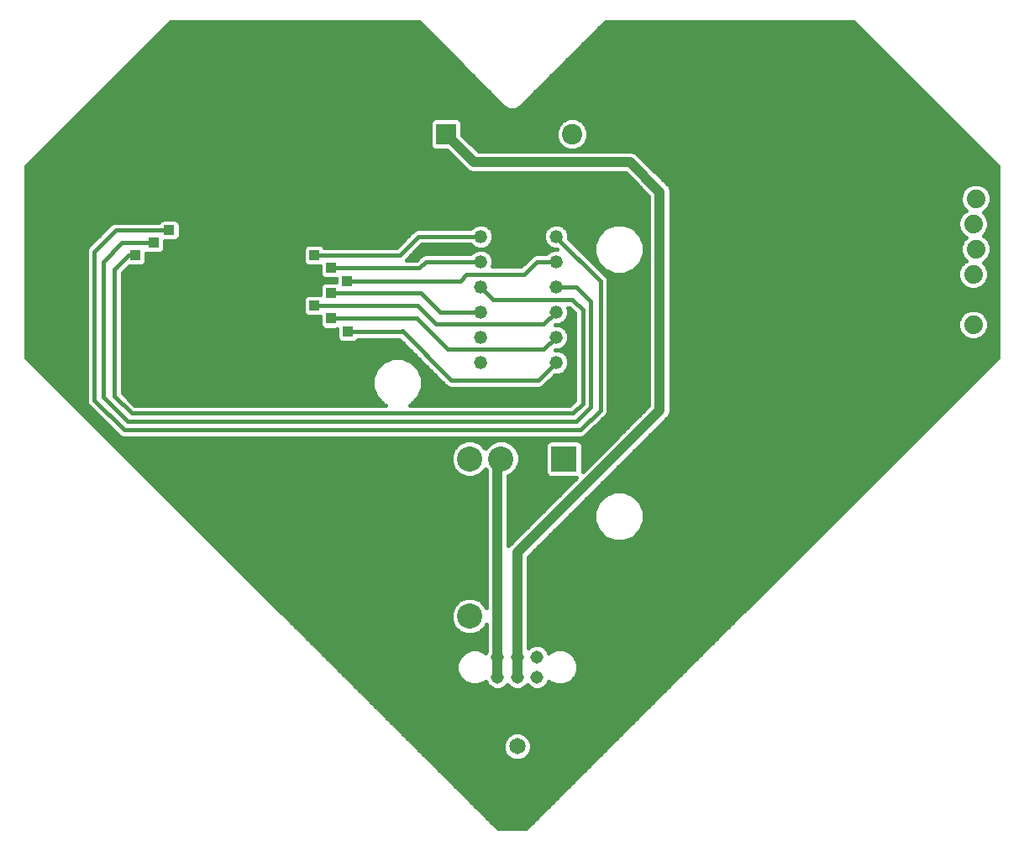
<source format=gbl>
G75*
G70*
%OFA0B0*%
%FSLAX24Y24*%
%IPPOS*%
%LPD*%
%AMOC8*
5,1,8,0,0,1.08239X$1,22.5*
%
%ADD10C,0.0520*%
%ADD11C,0.1000*%
%ADD12R,0.1000X0.1000*%
%ADD13C,0.0650*%
%ADD14R,0.0650X0.0650*%
%ADD15C,0.0740*%
%ADD16R,0.0810X0.0810*%
%ADD17C,0.0810*%
%ADD18C,0.0515*%
%ADD19C,0.0160*%
%ADD20R,0.0396X0.0396*%
%ADD21C,0.0400*%
D10*
X019180Y019680D03*
X019180Y020680D03*
X019180Y021680D03*
X019180Y022680D03*
X019180Y023680D03*
X019180Y024680D03*
X022180Y024680D03*
X022180Y023680D03*
X022180Y022680D03*
X022180Y021680D03*
X022180Y020680D03*
X022180Y019680D03*
D11*
X019995Y015853D03*
X018745Y015853D03*
X018745Y009603D03*
X022495Y009603D03*
D12*
X022495Y015853D03*
D13*
X020641Y004428D03*
D14*
X020641Y005428D03*
D15*
X038736Y021180D03*
X038836Y022180D03*
X038736Y023180D03*
X038836Y024180D03*
X038736Y025180D03*
X038836Y026180D03*
D16*
X017814Y028747D03*
D17*
X022814Y028747D03*
D18*
X021424Y007971D03*
X020637Y007971D03*
X019849Y007971D03*
X019849Y007184D03*
X020637Y007184D03*
X021424Y007184D03*
D19*
X018035Y009824D02*
X011215Y009824D01*
X011373Y009666D02*
X018005Y009666D01*
X018005Y009750D02*
X018005Y009456D01*
X018118Y009184D01*
X018326Y008976D01*
X018598Y008863D01*
X018892Y008863D01*
X019164Y008976D01*
X019372Y009184D01*
X019409Y009273D01*
X019409Y008209D01*
X019385Y008150D01*
X019349Y008185D01*
X019086Y008294D01*
X018801Y008294D01*
X018538Y008185D01*
X018337Y007983D01*
X018228Y007720D01*
X018228Y007435D01*
X018337Y007172D01*
X018538Y006970D01*
X018801Y006861D01*
X019086Y006861D01*
X019349Y006970D01*
X019385Y007006D01*
X019428Y006902D01*
X019567Y006762D01*
X019750Y006686D01*
X019948Y006686D01*
X020131Y006762D01*
X020243Y006874D01*
X020355Y006762D01*
X020538Y006686D01*
X020736Y006686D01*
X020918Y006762D01*
X021030Y006874D01*
X021142Y006762D01*
X021325Y006686D01*
X021523Y006686D01*
X021706Y006762D01*
X021846Y006902D01*
X021889Y007006D01*
X021924Y006970D01*
X022187Y006861D01*
X022472Y006861D01*
X022735Y006970D01*
X022937Y007172D01*
X023046Y007435D01*
X023046Y007720D01*
X022937Y007983D01*
X022735Y008185D01*
X022472Y008294D01*
X022187Y008294D01*
X021924Y008185D01*
X021889Y008150D01*
X021846Y008253D01*
X021706Y008393D01*
X021523Y008469D01*
X021325Y008469D01*
X021142Y008393D01*
X021077Y008327D01*
X021077Y011951D01*
X026543Y017417D01*
X026667Y017541D01*
X026734Y017703D01*
X026734Y026539D01*
X026667Y026701D01*
X025486Y027882D01*
X025362Y028006D01*
X025201Y028073D01*
X019110Y028073D01*
X018459Y028724D01*
X018459Y029200D01*
X018422Y029288D01*
X018355Y029355D01*
X018267Y029392D01*
X017361Y029392D01*
X017273Y029355D01*
X017205Y029288D01*
X017169Y029200D01*
X017169Y028294D01*
X017205Y028206D01*
X017273Y028138D01*
X017361Y028102D01*
X017837Y028102D01*
X018679Y027260D01*
X018841Y027193D01*
X024931Y027193D01*
X025854Y026269D01*
X025854Y017972D01*
X023235Y015353D01*
X023235Y016401D01*
X023198Y016489D01*
X023131Y016557D01*
X023043Y016593D01*
X021947Y016593D01*
X021859Y016557D01*
X021791Y016489D01*
X021755Y016401D01*
X021755Y015305D01*
X021791Y015217D01*
X021859Y015150D01*
X021947Y015113D01*
X022995Y015113D01*
X020289Y012408D01*
X020289Y015174D01*
X020414Y015226D01*
X020622Y015434D01*
X020735Y015706D01*
X020735Y016000D01*
X020622Y016272D01*
X020414Y016481D01*
X020142Y016593D01*
X019848Y016593D01*
X019576Y016481D01*
X019370Y016275D01*
X019164Y016481D01*
X018892Y016593D01*
X018598Y016593D01*
X018326Y016481D01*
X018118Y016272D01*
X018005Y016000D01*
X018005Y015706D01*
X018118Y015434D01*
X018326Y015226D01*
X018598Y015113D01*
X018892Y015113D01*
X019164Y015226D01*
X019370Y015432D01*
X019409Y015392D01*
X019409Y009933D01*
X019372Y010022D01*
X019164Y010231D01*
X018892Y010343D01*
X018598Y010343D01*
X018326Y010231D01*
X018118Y010022D01*
X018005Y009750D01*
X018005Y009507D02*
X011532Y009507D01*
X011690Y009349D02*
X018049Y009349D01*
X018115Y009190D02*
X011849Y009190D01*
X012007Y009032D02*
X018270Y009032D01*
X018574Y008873D02*
X012166Y008873D01*
X012324Y008715D02*
X019409Y008715D01*
X019409Y008873D02*
X018916Y008873D01*
X019220Y009032D02*
X019409Y009032D01*
X019409Y009190D02*
X019375Y009190D01*
X019409Y008556D02*
X012483Y008556D01*
X012641Y008398D02*
X019409Y008398D01*
X019409Y008239D02*
X019219Y008239D01*
X018669Y008239D02*
X012800Y008239D01*
X012958Y008081D02*
X018434Y008081D01*
X018311Y007922D02*
X013117Y007922D01*
X013275Y007764D02*
X018246Y007764D01*
X018228Y007605D02*
X013434Y007605D01*
X013592Y007447D02*
X018228Y007447D01*
X018289Y007288D02*
X013751Y007288D01*
X013909Y007130D02*
X018379Y007130D01*
X018538Y006971D02*
X014068Y006971D01*
X014226Y006813D02*
X019517Y006813D01*
X019399Y006971D02*
X019350Y006971D01*
X020181Y006813D02*
X020305Y006813D01*
X020969Y006813D02*
X021092Y006813D01*
X021756Y006813D02*
X026634Y006813D01*
X026792Y006971D02*
X022736Y006971D01*
X022894Y007130D02*
X026951Y007130D01*
X027109Y007288D02*
X022985Y007288D01*
X023046Y007447D02*
X027268Y007447D01*
X027426Y007605D02*
X023046Y007605D01*
X023028Y007764D02*
X027585Y007764D01*
X027743Y007922D02*
X022962Y007922D01*
X022840Y008081D02*
X027902Y008081D01*
X028060Y008239D02*
X022604Y008239D01*
X022055Y008239D02*
X021852Y008239D01*
X021695Y008398D02*
X028219Y008398D01*
X028377Y008556D02*
X021077Y008556D01*
X021077Y008398D02*
X021153Y008398D01*
X021077Y008715D02*
X028536Y008715D01*
X028694Y008873D02*
X021077Y008873D01*
X021077Y009032D02*
X028853Y009032D01*
X029011Y009190D02*
X021077Y009190D01*
X021077Y009349D02*
X029170Y009349D01*
X029328Y009507D02*
X021077Y009507D01*
X021077Y009666D02*
X029487Y009666D01*
X029645Y009824D02*
X021077Y009824D01*
X021077Y009983D02*
X029804Y009983D01*
X029962Y010141D02*
X021077Y010141D01*
X021077Y010300D02*
X030121Y010300D01*
X030279Y010458D02*
X021077Y010458D01*
X021077Y010617D02*
X030438Y010617D01*
X030596Y010775D02*
X021077Y010775D01*
X021077Y010934D02*
X030755Y010934D01*
X030913Y011092D02*
X021077Y011092D01*
X021077Y011251D02*
X031072Y011251D01*
X031230Y011409D02*
X021077Y011409D01*
X021077Y011568D02*
X031389Y011568D01*
X031547Y011726D02*
X021077Y011726D01*
X021077Y011885D02*
X031706Y011885D01*
X031864Y012043D02*
X021169Y012043D01*
X021328Y012202D02*
X032023Y012202D01*
X032181Y012360D02*
X021486Y012360D01*
X021645Y012519D02*
X032340Y012519D01*
X032498Y012677D02*
X025161Y012677D01*
X025246Y012712D02*
X025528Y012994D01*
X032815Y012994D01*
X032657Y012836D02*
X025370Y012836D01*
X025246Y012712D02*
X024879Y012560D01*
X024481Y012560D01*
X024114Y012712D01*
X023832Y012994D01*
X022120Y012994D01*
X021962Y012836D02*
X023990Y012836D01*
X023832Y012994D02*
X023680Y013361D01*
X023680Y013759D01*
X023832Y014126D01*
X024114Y014408D01*
X024481Y014560D01*
X024879Y014560D01*
X025246Y014408D01*
X025528Y014126D01*
X025680Y013759D01*
X025680Y013361D01*
X025528Y012994D01*
X025594Y013153D02*
X032974Y013153D01*
X033132Y013311D02*
X025659Y013311D01*
X025680Y013470D02*
X033291Y013470D01*
X033449Y013628D02*
X025680Y013628D01*
X025669Y013787D02*
X033608Y013787D01*
X033766Y013945D02*
X025603Y013945D01*
X025537Y014104D02*
X033925Y014104D01*
X034083Y014262D02*
X025392Y014262D01*
X025216Y014421D02*
X034242Y014421D01*
X034400Y014579D02*
X023705Y014579D01*
X023547Y014421D02*
X024144Y014421D01*
X023968Y014262D02*
X023388Y014262D01*
X023230Y014104D02*
X023823Y014104D01*
X023757Y013945D02*
X023071Y013945D01*
X022913Y013787D02*
X023691Y013787D01*
X023680Y013628D02*
X022754Y013628D01*
X022596Y013470D02*
X023680Y013470D01*
X023701Y013311D02*
X022437Y013311D01*
X022279Y013153D02*
X023766Y013153D01*
X024199Y012677D02*
X021803Y012677D01*
X021193Y013311D02*
X020289Y013311D01*
X020289Y013153D02*
X021034Y013153D01*
X020876Y012994D02*
X020289Y012994D01*
X020289Y012836D02*
X020717Y012836D01*
X020559Y012677D02*
X020289Y012677D01*
X020289Y012519D02*
X020400Y012519D01*
X019409Y012519D02*
X008520Y012519D01*
X008362Y012677D02*
X019409Y012677D01*
X019409Y012836D02*
X008203Y012836D01*
X008045Y012994D02*
X019409Y012994D01*
X019409Y013153D02*
X007886Y013153D01*
X007728Y013311D02*
X019409Y013311D01*
X019409Y013470D02*
X007569Y013470D01*
X007411Y013628D02*
X019409Y013628D01*
X019409Y013787D02*
X007252Y013787D01*
X007094Y013945D02*
X019409Y013945D01*
X019409Y014104D02*
X006935Y014104D01*
X006777Y014262D02*
X019409Y014262D01*
X019409Y014421D02*
X006618Y014421D01*
X006460Y014579D02*
X019409Y014579D01*
X019409Y014738D02*
X006301Y014738D01*
X006143Y014896D02*
X019409Y014896D01*
X019409Y015055D02*
X005984Y015055D01*
X005826Y015213D02*
X018357Y015213D01*
X018180Y015372D02*
X005667Y015372D01*
X005509Y015530D02*
X018078Y015530D01*
X018012Y015689D02*
X005350Y015689D01*
X005192Y015847D02*
X018005Y015847D01*
X018007Y016006D02*
X005033Y016006D01*
X004875Y016164D02*
X018073Y016164D01*
X018168Y016323D02*
X004716Y016323D01*
X004558Y016481D02*
X018327Y016481D01*
X019163Y016481D02*
X019577Y016481D01*
X019418Y016323D02*
X019322Y016323D01*
X020413Y016481D02*
X021788Y016481D01*
X021755Y016323D02*
X020572Y016323D01*
X020667Y016164D02*
X021755Y016164D01*
X021755Y016006D02*
X020733Y016006D01*
X020735Y015847D02*
X021755Y015847D01*
X021755Y015689D02*
X020728Y015689D01*
X020662Y015530D02*
X021755Y015530D01*
X021755Y015372D02*
X020560Y015372D01*
X020383Y015213D02*
X021796Y015213D01*
X022461Y014579D02*
X020289Y014579D01*
X020289Y014421D02*
X022302Y014421D01*
X022144Y014262D02*
X020289Y014262D01*
X020289Y014104D02*
X021985Y014104D01*
X021827Y013945D02*
X020289Y013945D01*
X020289Y013787D02*
X021668Y013787D01*
X021510Y013628D02*
X020289Y013628D01*
X020289Y013470D02*
X021351Y013470D01*
X020289Y014738D02*
X022619Y014738D01*
X022778Y014896D02*
X020289Y014896D01*
X020289Y015055D02*
X022936Y015055D01*
X023235Y015372D02*
X023253Y015372D01*
X023235Y015530D02*
X023412Y015530D01*
X023570Y015689D02*
X023235Y015689D01*
X023235Y015847D02*
X023729Y015847D01*
X023887Y016006D02*
X023235Y016006D01*
X023235Y016164D02*
X024046Y016164D01*
X024204Y016323D02*
X023235Y016323D01*
X023202Y016481D02*
X024363Y016481D01*
X024521Y016640D02*
X004399Y016640D01*
X004241Y016798D02*
X004787Y016798D01*
X004763Y016822D02*
X004853Y016732D01*
X004971Y016683D01*
X023208Y016683D01*
X023326Y016732D01*
X024113Y017519D01*
X024203Y017609D01*
X024252Y017727D01*
X024252Y022972D01*
X024203Y023090D01*
X022680Y024613D01*
X022680Y024779D01*
X022604Y024963D01*
X022463Y025104D01*
X022279Y025180D01*
X022081Y025180D01*
X021897Y025104D01*
X021756Y024963D01*
X021680Y024779D01*
X021680Y024581D01*
X021756Y024397D01*
X021897Y024256D01*
X022081Y024180D01*
X021897Y024104D01*
X021789Y023996D01*
X021364Y023996D01*
X021247Y023947D01*
X021157Y023857D01*
X020795Y023496D01*
X019645Y023496D01*
X019680Y023581D01*
X019680Y023779D01*
X019604Y023963D01*
X019463Y024104D01*
X019279Y024180D01*
X019463Y024256D01*
X019604Y024397D01*
X019680Y024581D01*
X019680Y024779D01*
X019604Y024963D01*
X019463Y025104D01*
X019279Y025180D01*
X019081Y025180D01*
X018897Y025104D01*
X018793Y025000D01*
X016660Y025000D01*
X016542Y024951D01*
X016452Y024861D01*
X015847Y024256D01*
X012981Y024256D01*
X012975Y024270D01*
X012908Y024337D01*
X012820Y024374D01*
X012328Y024374D01*
X012240Y024337D01*
X012172Y024270D01*
X012136Y024182D01*
X012136Y023690D01*
X012172Y023602D01*
X012240Y023534D01*
X012328Y023498D01*
X012797Y023498D01*
X012797Y023190D01*
X012834Y023102D01*
X012901Y023034D01*
X012989Y022998D01*
X013454Y022998D01*
X013454Y022874D01*
X012989Y022874D01*
X012901Y022837D01*
X012834Y022770D01*
X012797Y022682D01*
X012797Y022374D01*
X012328Y022374D01*
X012240Y022337D01*
X012172Y022270D01*
X012136Y022182D01*
X012136Y021690D01*
X012172Y021602D01*
X012240Y021534D01*
X012328Y021498D01*
X012797Y021498D01*
X012797Y021182D01*
X012834Y021094D01*
X012901Y021026D01*
X012989Y020990D01*
X013481Y020990D01*
X013486Y020992D01*
X013486Y020662D01*
X013523Y020574D01*
X013590Y020507D01*
X013678Y020470D01*
X014170Y020470D01*
X014258Y020507D01*
X014326Y020574D01*
X014331Y020588D01*
X015957Y020588D01*
X017755Y018790D01*
X017845Y018700D01*
X017963Y018651D01*
X021535Y018651D01*
X021653Y018700D01*
X022133Y019180D01*
X022279Y019180D01*
X022463Y019256D01*
X022604Y019397D01*
X022680Y019581D01*
X022680Y019779D01*
X022604Y019963D01*
X022463Y020104D01*
X022279Y020180D01*
X022463Y020256D01*
X022604Y020397D01*
X022680Y020581D01*
X022680Y020779D01*
X022604Y020963D01*
X022463Y021104D01*
X022279Y021180D01*
X022463Y021256D01*
X022604Y021397D01*
X022680Y021581D01*
X022680Y021779D01*
X022648Y021856D01*
X022697Y021856D01*
X022911Y021642D01*
X022911Y018183D01*
X022717Y017988D01*
X016364Y017988D01*
X016446Y018022D01*
X016728Y018304D01*
X016880Y018671D01*
X016880Y019069D01*
X016728Y019436D01*
X016446Y019718D01*
X016079Y019870D01*
X015681Y019870D01*
X015314Y019718D01*
X015032Y019436D01*
X014880Y019069D01*
X014880Y018671D01*
X015032Y018304D01*
X015314Y018022D01*
X015396Y017988D01*
X005462Y017988D01*
X004969Y018482D01*
X004969Y023232D01*
X005236Y023500D01*
X005241Y023498D01*
X005733Y023498D01*
X005821Y023534D01*
X005889Y023602D01*
X005925Y023690D01*
X005925Y024009D01*
X005962Y023994D01*
X006453Y023994D01*
X006542Y024030D01*
X006609Y024098D01*
X006646Y024186D01*
X006646Y024498D01*
X007072Y024498D01*
X007160Y024534D01*
X007227Y024602D01*
X007264Y024690D01*
X007264Y025182D01*
X007227Y025270D01*
X007160Y025337D01*
X007072Y025374D01*
X006580Y025374D01*
X006492Y025337D01*
X006424Y025270D01*
X006418Y025256D01*
X004636Y025256D01*
X004518Y025207D01*
X004428Y025117D01*
X003672Y024361D01*
X003582Y024271D01*
X003533Y024153D01*
X003533Y018120D01*
X003582Y018003D01*
X004763Y016822D01*
X004628Y016957D02*
X004082Y016957D01*
X003924Y017115D02*
X004470Y017115D01*
X004311Y017274D02*
X003765Y017274D01*
X003607Y017432D02*
X004153Y017432D01*
X003994Y017591D02*
X003448Y017591D01*
X003290Y017749D02*
X003836Y017749D01*
X003677Y017908D02*
X003131Y017908D01*
X002973Y018066D02*
X003556Y018066D01*
X003533Y018225D02*
X002814Y018225D01*
X002656Y018383D02*
X003533Y018383D01*
X003533Y018542D02*
X002497Y018542D01*
X002339Y018700D02*
X003533Y018700D01*
X003533Y018859D02*
X002180Y018859D01*
X002022Y019017D02*
X003533Y019017D01*
X003533Y019176D02*
X001863Y019176D01*
X001705Y019334D02*
X003533Y019334D01*
X003533Y019493D02*
X001546Y019493D01*
X001388Y019651D02*
X003533Y019651D01*
X003533Y019810D02*
X001229Y019810D01*
X001160Y019879D02*
X019879Y001160D01*
X020981Y001160D01*
X039700Y019879D01*
X039700Y027481D01*
X033981Y033200D01*
X024129Y033200D01*
X020702Y029773D01*
X020525Y029700D01*
X020335Y029700D01*
X020158Y029773D01*
X020023Y029908D01*
X016731Y033200D01*
X006879Y033200D01*
X001160Y027481D01*
X001160Y019879D01*
X001160Y019968D02*
X003533Y019968D01*
X003533Y020127D02*
X001160Y020127D01*
X001160Y020285D02*
X003533Y020285D01*
X003533Y020444D02*
X001160Y020444D01*
X001160Y020602D02*
X003533Y020602D01*
X003533Y020761D02*
X001160Y020761D01*
X001160Y020919D02*
X003533Y020919D01*
X003533Y021078D02*
X001160Y021078D01*
X001160Y021236D02*
X003533Y021236D01*
X003533Y021395D02*
X001160Y021395D01*
X001160Y021553D02*
X003533Y021553D01*
X003533Y021712D02*
X001160Y021712D01*
X001160Y021870D02*
X003533Y021870D01*
X003533Y022029D02*
X001160Y022029D01*
X001160Y022187D02*
X003533Y022187D01*
X003533Y022346D02*
X001160Y022346D01*
X001160Y022504D02*
X003533Y022504D01*
X003533Y022663D02*
X001160Y022663D01*
X001160Y022821D02*
X003533Y022821D01*
X003533Y022980D02*
X001160Y022980D01*
X001160Y023138D02*
X003533Y023138D01*
X003533Y023297D02*
X001160Y023297D01*
X001160Y023455D02*
X003533Y023455D01*
X003533Y023614D02*
X001160Y023614D01*
X001160Y023772D02*
X003533Y023772D01*
X003533Y023931D02*
X001160Y023931D01*
X001160Y024089D02*
X003533Y024089D01*
X003572Y024248D02*
X001160Y024248D01*
X001160Y024406D02*
X003717Y024406D01*
X003876Y024565D02*
X001160Y024565D01*
X001160Y024723D02*
X004034Y024723D01*
X004193Y024882D02*
X001160Y024882D01*
X001160Y025040D02*
X004351Y025040D01*
X004428Y025117D02*
X004428Y025117D01*
X004510Y025199D02*
X001160Y025199D01*
X001160Y025357D02*
X006539Y025357D01*
X006826Y024936D02*
X004700Y024936D01*
X003853Y024089D01*
X003853Y018184D01*
X005034Y017003D01*
X023145Y017003D01*
X023932Y017790D01*
X023932Y022908D01*
X022184Y024656D01*
X022184Y024676D01*
X022180Y024680D01*
X022527Y025040D02*
X024143Y025040D01*
X024114Y025028D02*
X023832Y024746D01*
X023680Y024379D01*
X023680Y023981D01*
X023832Y023614D01*
X024114Y023332D01*
X024481Y023180D01*
X024879Y023180D01*
X025246Y023332D01*
X025528Y023614D01*
X025680Y023981D01*
X025680Y024379D01*
X025528Y024746D01*
X025246Y025028D01*
X024879Y025180D01*
X024481Y025180D01*
X024114Y025028D01*
X023967Y024882D02*
X022638Y024882D01*
X022680Y024723D02*
X023823Y024723D01*
X023757Y024565D02*
X022728Y024565D01*
X022887Y024406D02*
X023691Y024406D01*
X023680Y024248D02*
X023045Y024248D01*
X023204Y024089D02*
X023680Y024089D01*
X023701Y023931D02*
X023362Y023931D01*
X023521Y023772D02*
X023767Y023772D01*
X023832Y023614D02*
X023679Y023614D01*
X023838Y023455D02*
X023991Y023455D01*
X023996Y023297D02*
X024200Y023297D01*
X024155Y023138D02*
X025854Y023138D01*
X025854Y022980D02*
X024249Y022980D01*
X024252Y022821D02*
X025854Y022821D01*
X025854Y022663D02*
X024252Y022663D01*
X024252Y022504D02*
X025854Y022504D01*
X025854Y022346D02*
X024252Y022346D01*
X024252Y022187D02*
X025854Y022187D01*
X025854Y022029D02*
X024252Y022029D01*
X024252Y021870D02*
X025854Y021870D01*
X025854Y021712D02*
X024252Y021712D01*
X024252Y021553D02*
X025854Y021553D01*
X025854Y021395D02*
X024252Y021395D01*
X024252Y021236D02*
X025854Y021236D01*
X025854Y021078D02*
X024252Y021078D01*
X024252Y020919D02*
X025854Y020919D01*
X025854Y020761D02*
X024252Y020761D01*
X024252Y020602D02*
X025854Y020602D01*
X025854Y020444D02*
X024252Y020444D01*
X024252Y020285D02*
X025854Y020285D01*
X025854Y020127D02*
X024252Y020127D01*
X024252Y019968D02*
X025854Y019968D01*
X025854Y019810D02*
X024252Y019810D01*
X024252Y019651D02*
X025854Y019651D01*
X025854Y019493D02*
X024252Y019493D01*
X024252Y019334D02*
X025854Y019334D01*
X025854Y019176D02*
X024252Y019176D01*
X024252Y019017D02*
X025854Y019017D01*
X025854Y018859D02*
X024252Y018859D01*
X024252Y018700D02*
X025854Y018700D01*
X025854Y018542D02*
X024252Y018542D01*
X024252Y018383D02*
X025854Y018383D01*
X025854Y018225D02*
X024252Y018225D01*
X024252Y018066D02*
X025854Y018066D01*
X025789Y017908D02*
X024252Y017908D01*
X024252Y017749D02*
X025631Y017749D01*
X025472Y017591D02*
X024185Y017591D01*
X024026Y017432D02*
X025314Y017432D01*
X025155Y017274D02*
X023868Y017274D01*
X023709Y017115D02*
X024997Y017115D01*
X024838Y016957D02*
X023551Y016957D01*
X023392Y016798D02*
X024680Y016798D01*
X025290Y016164D02*
X035985Y016164D01*
X035827Y016006D02*
X025132Y016006D01*
X024973Y015847D02*
X035668Y015847D01*
X035510Y015689D02*
X024815Y015689D01*
X024656Y015530D02*
X035351Y015530D01*
X035193Y015372D02*
X024498Y015372D01*
X024339Y015213D02*
X035034Y015213D01*
X034876Y015055D02*
X024181Y015055D01*
X024022Y014896D02*
X034717Y014896D01*
X034559Y014738D02*
X023864Y014738D01*
X025449Y016323D02*
X036144Y016323D01*
X036302Y016481D02*
X025607Y016481D01*
X025766Y016640D02*
X036461Y016640D01*
X036619Y016798D02*
X025924Y016798D01*
X026083Y016957D02*
X036778Y016957D01*
X036936Y017115D02*
X026241Y017115D01*
X026400Y017274D02*
X037095Y017274D01*
X037253Y017432D02*
X026558Y017432D01*
X026688Y017591D02*
X037412Y017591D01*
X037570Y017749D02*
X026734Y017749D01*
X026734Y017908D02*
X037729Y017908D01*
X037887Y018066D02*
X026734Y018066D01*
X026734Y018225D02*
X038046Y018225D01*
X038204Y018383D02*
X026734Y018383D01*
X026734Y018542D02*
X038363Y018542D01*
X038521Y018700D02*
X026734Y018700D01*
X026734Y018859D02*
X038680Y018859D01*
X038838Y019017D02*
X026734Y019017D01*
X026734Y019176D02*
X038997Y019176D01*
X039155Y019334D02*
X026734Y019334D01*
X026734Y019493D02*
X039314Y019493D01*
X039472Y019651D02*
X026734Y019651D01*
X026734Y019810D02*
X039631Y019810D01*
X039700Y019968D02*
X026734Y019968D01*
X026734Y020127D02*
X039700Y020127D01*
X039700Y020285D02*
X026734Y020285D01*
X026734Y020444D02*
X039700Y020444D01*
X039700Y020602D02*
X038935Y020602D01*
X038858Y020570D02*
X039082Y020663D01*
X039253Y020834D01*
X039346Y021059D01*
X039346Y021301D01*
X039253Y021526D01*
X039082Y021697D01*
X038858Y021790D01*
X038615Y021790D01*
X038391Y021697D01*
X038219Y021526D01*
X038126Y021301D01*
X038126Y021059D01*
X038219Y020834D01*
X038391Y020663D01*
X038615Y020570D01*
X038858Y020570D01*
X038538Y020602D02*
X026734Y020602D01*
X026734Y020761D02*
X038293Y020761D01*
X038184Y020919D02*
X026734Y020919D01*
X026734Y021078D02*
X038126Y021078D01*
X038126Y021236D02*
X026734Y021236D01*
X026734Y021395D02*
X038165Y021395D01*
X038247Y021553D02*
X026734Y021553D01*
X026734Y021712D02*
X038426Y021712D01*
X039047Y021712D02*
X039700Y021712D01*
X039700Y021870D02*
X026734Y021870D01*
X026734Y022029D02*
X039700Y022029D01*
X039700Y022187D02*
X026734Y022187D01*
X026734Y022346D02*
X039700Y022346D01*
X039700Y022504D02*
X026734Y022504D01*
X026734Y022663D02*
X038392Y022663D01*
X038391Y022663D02*
X038615Y022570D01*
X038858Y022570D01*
X039082Y022663D01*
X039253Y022834D01*
X039346Y023059D01*
X039346Y023301D01*
X039253Y023526D01*
X039135Y023644D01*
X039182Y023663D01*
X039353Y023834D01*
X039446Y024059D01*
X039446Y024301D01*
X039353Y024526D01*
X039182Y024697D01*
X039135Y024716D01*
X039253Y024834D01*
X039346Y025059D01*
X039346Y025301D01*
X039253Y025526D01*
X039135Y025644D01*
X039182Y025663D01*
X039353Y025834D01*
X039446Y026059D01*
X039446Y026301D01*
X039353Y026526D01*
X039182Y026697D01*
X038958Y026790D01*
X038715Y026790D01*
X038491Y026697D01*
X038319Y026526D01*
X038226Y026301D01*
X038226Y026059D01*
X038319Y025834D01*
X038437Y025716D01*
X038391Y025697D01*
X038219Y025526D01*
X038126Y025301D01*
X038126Y025059D01*
X038219Y024834D01*
X038391Y024663D01*
X038437Y024644D01*
X038319Y024526D01*
X038226Y024301D01*
X038226Y024059D01*
X038319Y023834D01*
X038437Y023716D01*
X038391Y023697D01*
X038219Y023526D01*
X038126Y023301D01*
X038126Y023059D01*
X038219Y022834D01*
X038391Y022663D01*
X038233Y022821D02*
X026734Y022821D01*
X026734Y022980D02*
X038159Y022980D01*
X038126Y023138D02*
X026734Y023138D01*
X026734Y023297D02*
X038126Y023297D01*
X038190Y023455D02*
X026734Y023455D01*
X026734Y023614D02*
X038307Y023614D01*
X038382Y023772D02*
X026734Y023772D01*
X026734Y023931D02*
X038279Y023931D01*
X038226Y024089D02*
X026734Y024089D01*
X026734Y024248D02*
X038226Y024248D01*
X038270Y024406D02*
X026734Y024406D01*
X026734Y024565D02*
X038358Y024565D01*
X038331Y024723D02*
X026734Y024723D01*
X026734Y024882D02*
X038200Y024882D01*
X038134Y025040D02*
X026734Y025040D01*
X026734Y025199D02*
X038126Y025199D01*
X038149Y025357D02*
X026734Y025357D01*
X026734Y025516D02*
X038215Y025516D01*
X038368Y025674D02*
X026734Y025674D01*
X026734Y025833D02*
X038321Y025833D01*
X038254Y025991D02*
X026734Y025991D01*
X026734Y026150D02*
X038226Y026150D01*
X038229Y026308D02*
X026734Y026308D01*
X026734Y026467D02*
X038295Y026467D01*
X038419Y026625D02*
X026699Y026625D01*
X026585Y026784D02*
X038699Y026784D01*
X038973Y026784D02*
X039700Y026784D01*
X039700Y026942D02*
X026426Y026942D01*
X026268Y027101D02*
X039700Y027101D01*
X039700Y027259D02*
X026109Y027259D01*
X025951Y027418D02*
X039700Y027418D01*
X039605Y027576D02*
X025792Y027576D01*
X025634Y027735D02*
X039447Y027735D01*
X039288Y027893D02*
X025475Y027893D01*
X025252Y028052D02*
X039130Y028052D01*
X038971Y028210D02*
X023189Y028210D01*
X023179Y028200D02*
X023361Y028382D01*
X023459Y028619D01*
X023459Y028875D01*
X023361Y029112D01*
X023179Y029294D01*
X022942Y029392D01*
X022686Y029392D01*
X022448Y029294D01*
X022267Y029112D01*
X022169Y028875D01*
X022169Y028619D01*
X022267Y028382D01*
X022448Y028200D01*
X022686Y028102D01*
X022942Y028102D01*
X023179Y028200D01*
X023348Y028369D02*
X038813Y028369D01*
X038654Y028527D02*
X023421Y028527D01*
X023459Y028686D02*
X038496Y028686D01*
X038337Y028844D02*
X023459Y028844D01*
X023406Y029003D02*
X038179Y029003D01*
X038020Y029161D02*
X023312Y029161D01*
X023117Y029320D02*
X037862Y029320D01*
X037703Y029478D02*
X003157Y029478D01*
X003315Y029637D02*
X037545Y029637D01*
X037386Y029795D02*
X020724Y029795D01*
X020882Y029954D02*
X037228Y029954D01*
X037069Y030112D02*
X021041Y030112D01*
X021199Y030271D02*
X036911Y030271D01*
X036752Y030429D02*
X021358Y030429D01*
X021516Y030588D02*
X036594Y030588D01*
X036435Y030746D02*
X021675Y030746D01*
X021833Y030905D02*
X036277Y030905D01*
X036118Y031063D02*
X021992Y031063D01*
X022150Y031222D02*
X035960Y031222D01*
X035801Y031380D02*
X022309Y031380D01*
X022467Y031539D02*
X035643Y031539D01*
X035484Y031697D02*
X022626Y031697D01*
X022784Y031856D02*
X035326Y031856D01*
X035167Y032014D02*
X022943Y032014D01*
X023101Y032173D02*
X035009Y032173D01*
X034850Y032331D02*
X023260Y032331D01*
X023418Y032490D02*
X034692Y032490D01*
X034533Y032648D02*
X023577Y032648D01*
X023735Y032807D02*
X034375Y032807D01*
X034216Y032965D02*
X023894Y032965D01*
X024052Y033124D02*
X034058Y033124D01*
X039254Y026625D02*
X039700Y026625D01*
X039700Y026467D02*
X039378Y026467D01*
X039444Y026308D02*
X039700Y026308D01*
X039700Y026150D02*
X039446Y026150D01*
X039418Y025991D02*
X039700Y025991D01*
X039700Y025833D02*
X039352Y025833D01*
X039193Y025674D02*
X039700Y025674D01*
X039700Y025516D02*
X039258Y025516D01*
X039323Y025357D02*
X039700Y025357D01*
X039700Y025199D02*
X039346Y025199D01*
X039339Y025040D02*
X039700Y025040D01*
X039700Y024882D02*
X039273Y024882D01*
X039142Y024723D02*
X039700Y024723D01*
X039700Y024565D02*
X039314Y024565D01*
X039403Y024406D02*
X039700Y024406D01*
X039700Y024248D02*
X039446Y024248D01*
X039446Y024089D02*
X039700Y024089D01*
X039700Y023931D02*
X039393Y023931D01*
X039291Y023772D02*
X039700Y023772D01*
X039700Y023614D02*
X039165Y023614D01*
X039283Y023455D02*
X039700Y023455D01*
X039700Y023297D02*
X039346Y023297D01*
X039346Y023138D02*
X039700Y023138D01*
X039700Y022980D02*
X039314Y022980D01*
X039240Y022821D02*
X039700Y022821D01*
X039700Y022663D02*
X039081Y022663D01*
X039226Y021553D02*
X039700Y021553D01*
X039700Y021395D02*
X039308Y021395D01*
X039346Y021236D02*
X039700Y021236D01*
X039700Y021078D02*
X039346Y021078D01*
X039288Y020919D02*
X039700Y020919D01*
X039700Y020761D02*
X039180Y020761D01*
X036952Y023294D02*
X036952Y023672D01*
X036979Y023700D01*
X035349Y025664D02*
X035349Y026058D01*
X031282Y026180D02*
X031097Y026180D01*
X031097Y026373D01*
X031019Y026452D01*
X027672Y025668D02*
X027629Y025711D01*
X027672Y025668D02*
X027672Y025526D01*
X025854Y025516D02*
X001160Y025516D01*
X001160Y025674D02*
X025854Y025674D01*
X025854Y025833D02*
X001160Y025833D01*
X001160Y025991D02*
X025854Y025991D01*
X025854Y026150D02*
X001160Y026150D01*
X001160Y026308D02*
X025816Y026308D01*
X025657Y026467D02*
X001160Y026467D01*
X001160Y026625D02*
X025499Y026625D01*
X025340Y026784D02*
X001160Y026784D01*
X001160Y026942D02*
X025182Y026942D01*
X025023Y027101D02*
X001160Y027101D01*
X001160Y027259D02*
X018680Y027259D01*
X018521Y027418D02*
X001160Y027418D01*
X001255Y027576D02*
X018362Y027576D01*
X018204Y027735D02*
X001413Y027735D01*
X001572Y027893D02*
X018045Y027893D01*
X017887Y028052D02*
X001730Y028052D01*
X001889Y028210D02*
X017204Y028210D01*
X017169Y028369D02*
X002047Y028369D01*
X002206Y028527D02*
X017169Y028527D01*
X017169Y028686D02*
X002364Y028686D01*
X002523Y028844D02*
X017169Y028844D01*
X017169Y029003D02*
X002681Y029003D01*
X002840Y029161D02*
X017169Y029161D01*
X017237Y029320D02*
X002998Y029320D01*
X003474Y029795D02*
X020136Y029795D01*
X019978Y029954D02*
X003632Y029954D01*
X003791Y030112D02*
X019819Y030112D01*
X019661Y030271D02*
X003949Y030271D01*
X004108Y030429D02*
X019502Y030429D01*
X019344Y030588D02*
X004266Y030588D01*
X004425Y030746D02*
X019185Y030746D01*
X019027Y030905D02*
X004583Y030905D01*
X004742Y031063D02*
X018868Y031063D01*
X018710Y031222D02*
X004900Y031222D01*
X005059Y031380D02*
X018551Y031380D01*
X018393Y031539D02*
X005217Y031539D01*
X005376Y031697D02*
X018234Y031697D01*
X018076Y031856D02*
X005534Y031856D01*
X005693Y032014D02*
X017917Y032014D01*
X017759Y032173D02*
X005851Y032173D01*
X006010Y032331D02*
X017600Y032331D01*
X017442Y032490D02*
X006168Y032490D01*
X006327Y032648D02*
X017283Y032648D01*
X017125Y032807D02*
X006485Y032807D01*
X006644Y032965D02*
X016966Y032965D01*
X016808Y033124D02*
X006802Y033124D01*
X011719Y027723D02*
X011755Y027688D01*
X011755Y027495D01*
X012163Y024248D02*
X006646Y024248D01*
X006646Y024406D02*
X015997Y024406D01*
X016155Y024565D02*
X007190Y024565D01*
X007264Y024723D02*
X016314Y024723D01*
X016472Y024882D02*
X007264Y024882D01*
X007264Y025040D02*
X018833Y025040D01*
X019180Y024680D02*
X016723Y024680D01*
X015973Y023930D01*
X015967Y023936D01*
X012574Y023936D01*
X012136Y023931D02*
X005925Y023931D01*
X005925Y023772D02*
X012136Y023772D01*
X012167Y023614D02*
X005894Y023614D01*
X005487Y023936D02*
X005219Y023936D01*
X004649Y023365D01*
X004649Y018349D01*
X005330Y017668D01*
X022849Y017668D01*
X023231Y018050D01*
X023231Y021774D01*
X022861Y022145D01*
X022857Y022145D01*
X022826Y022176D01*
X019684Y022176D01*
X019180Y022680D01*
X018621Y023176D02*
X020928Y023176D01*
X021428Y023676D01*
X022176Y023676D01*
X022208Y024180D02*
X022081Y024180D01*
X022208Y024180D01*
X022208Y024180D01*
X021917Y024248D02*
X019443Y024248D01*
X019478Y024089D02*
X021882Y024089D01*
X021752Y024406D02*
X019608Y024406D01*
X019673Y024565D02*
X021687Y024565D01*
X021680Y024723D02*
X019680Y024723D01*
X019638Y024882D02*
X021722Y024882D01*
X021833Y025040D02*
X019527Y025040D01*
X019279Y024180D02*
X019081Y024180D01*
X018897Y024256D01*
X018793Y024360D01*
X016856Y024360D01*
X016252Y023756D01*
X016634Y023756D01*
X016739Y023861D01*
X016829Y023951D01*
X016947Y024000D01*
X018793Y024000D01*
X018897Y024104D01*
X019081Y024180D01*
X019279Y024180D01*
X018917Y024248D02*
X016743Y024248D01*
X016585Y024089D02*
X018882Y024089D01*
X019180Y023680D02*
X017011Y023680D01*
X016761Y023430D01*
X016755Y023436D01*
X013235Y023436D01*
X012797Y023455D02*
X005191Y023455D01*
X005033Y023297D02*
X012797Y023297D01*
X012819Y023138D02*
X004969Y023138D01*
X004969Y022980D02*
X013454Y022980D01*
X013235Y022436D02*
X016818Y022436D01*
X017574Y021680D01*
X019180Y021680D01*
X018369Y022924D02*
X013893Y022924D01*
X012885Y022821D02*
X004969Y022821D01*
X004969Y022663D02*
X012797Y022663D01*
X012797Y022504D02*
X004969Y022504D01*
X004969Y022346D02*
X012259Y022346D01*
X012138Y022187D02*
X004969Y022187D01*
X004969Y022029D02*
X012136Y022029D01*
X012136Y021870D02*
X004969Y021870D01*
X004969Y021712D02*
X012136Y021712D01*
X012221Y021553D02*
X004969Y021553D01*
X004969Y021395D02*
X012797Y021395D01*
X012797Y021236D02*
X004969Y021236D01*
X004969Y021078D02*
X012850Y021078D01*
X013235Y021428D02*
X016645Y021428D01*
X016647Y021430D01*
X017885Y020192D01*
X021692Y020192D01*
X022180Y020680D01*
X022133Y021180D02*
X022133Y021180D01*
X022279Y021180D01*
X022133Y021180D01*
X022415Y021236D02*
X022911Y021236D01*
X022911Y021078D02*
X022490Y021078D01*
X022622Y020919D02*
X022911Y020919D01*
X022911Y020761D02*
X022680Y020761D01*
X022680Y020602D02*
X022911Y020602D01*
X022911Y020444D02*
X022623Y020444D01*
X022492Y020285D02*
X022911Y020285D01*
X022911Y020127D02*
X022409Y020127D01*
X022279Y020180D02*
X022133Y020180D01*
X022279Y020180D01*
X022133Y020180D02*
X022133Y020180D01*
X022180Y019680D02*
X021471Y018971D01*
X018026Y018971D01*
X016068Y020930D01*
X016046Y020908D01*
X013924Y020908D01*
X013486Y020919D02*
X004969Y020919D01*
X004969Y020761D02*
X013486Y020761D01*
X013511Y020602D02*
X004969Y020602D01*
X004969Y020444D02*
X016102Y020444D01*
X016260Y020285D02*
X004969Y020285D01*
X004969Y020127D02*
X016419Y020127D01*
X016577Y019968D02*
X004969Y019968D01*
X004969Y019810D02*
X015535Y019810D01*
X015247Y019651D02*
X004969Y019651D01*
X004969Y019493D02*
X015088Y019493D01*
X014990Y019334D02*
X004969Y019334D01*
X004969Y019176D02*
X014924Y019176D01*
X014880Y019017D02*
X004969Y019017D01*
X004969Y018859D02*
X014880Y018859D01*
X014880Y018700D02*
X004969Y018700D01*
X004969Y018542D02*
X014934Y018542D01*
X014999Y018383D02*
X005067Y018383D01*
X005226Y018225D02*
X015111Y018225D01*
X015270Y018066D02*
X005384Y018066D01*
X005180Y017330D02*
X004200Y018310D01*
X004200Y023676D01*
X004956Y024432D01*
X006208Y024432D01*
X006600Y024089D02*
X012136Y024089D01*
X012574Y021936D02*
X016684Y021936D01*
X017428Y021192D01*
X021692Y021192D01*
X022180Y021680D01*
X022680Y021712D02*
X022842Y021712D01*
X022911Y021553D02*
X022669Y021553D01*
X022602Y021395D02*
X022911Y021395D01*
X023538Y022121D02*
X023538Y017904D01*
X022963Y017330D01*
X005180Y017330D01*
X008679Y012360D02*
X019409Y012360D01*
X019409Y012202D02*
X008837Y012202D01*
X008996Y012043D02*
X019409Y012043D01*
X019409Y011885D02*
X009154Y011885D01*
X009313Y011726D02*
X019409Y011726D01*
X019409Y011568D02*
X009471Y011568D01*
X009630Y011409D02*
X019409Y011409D01*
X019409Y011251D02*
X009788Y011251D01*
X009947Y011092D02*
X019409Y011092D01*
X019409Y010934D02*
X010105Y010934D01*
X010264Y010775D02*
X019409Y010775D01*
X019409Y010617D02*
X010422Y010617D01*
X010581Y010458D02*
X019409Y010458D01*
X019409Y010300D02*
X018998Y010300D01*
X019254Y010141D02*
X019409Y010141D01*
X019409Y009983D02*
X019389Y009983D01*
X018492Y010300D02*
X010739Y010300D01*
X010898Y010141D02*
X018236Y010141D01*
X018101Y009983D02*
X011056Y009983D01*
X014385Y006654D02*
X026475Y006654D01*
X026317Y006496D02*
X014543Y006496D01*
X014702Y006337D02*
X026158Y006337D01*
X026000Y006179D02*
X014860Y006179D01*
X015019Y006020D02*
X025841Y006020D01*
X025683Y005862D02*
X015177Y005862D01*
X015336Y005703D02*
X025524Y005703D01*
X025366Y005545D02*
X015494Y005545D01*
X015653Y005386D02*
X025207Y005386D01*
X025049Y005228D02*
X015811Y005228D01*
X015970Y005069D02*
X024890Y005069D01*
X024732Y004911D02*
X020952Y004911D01*
X020961Y004907D02*
X020753Y004993D01*
X020528Y004993D01*
X020321Y004907D01*
X020162Y004748D01*
X020076Y004540D01*
X020076Y004316D01*
X020162Y004108D01*
X020321Y003949D01*
X020528Y003863D01*
X020753Y003863D01*
X020961Y003949D01*
X021120Y004108D01*
X021206Y004316D01*
X021206Y004540D01*
X021120Y004748D01*
X020961Y004907D01*
X021116Y004752D02*
X024573Y004752D01*
X024415Y004594D02*
X021184Y004594D01*
X021206Y004435D02*
X024256Y004435D01*
X024098Y004277D02*
X021189Y004277D01*
X021124Y004118D02*
X023939Y004118D01*
X023781Y003960D02*
X020971Y003960D01*
X020310Y003960D02*
X017079Y003960D01*
X016921Y004118D02*
X020157Y004118D01*
X020092Y004277D02*
X016762Y004277D01*
X016604Y004435D02*
X020076Y004435D01*
X020098Y004594D02*
X016445Y004594D01*
X016287Y004752D02*
X020166Y004752D01*
X020329Y004911D02*
X016128Y004911D01*
X017238Y003801D02*
X023622Y003801D01*
X023464Y003643D02*
X017396Y003643D01*
X017555Y003484D02*
X023305Y003484D01*
X023147Y003326D02*
X017713Y003326D01*
X017872Y003167D02*
X022988Y003167D01*
X022830Y003009D02*
X018030Y003009D01*
X018189Y002850D02*
X022671Y002850D01*
X022513Y002692D02*
X018347Y002692D01*
X018506Y002533D02*
X022354Y002533D01*
X022196Y002375D02*
X018664Y002375D01*
X018823Y002216D02*
X022037Y002216D01*
X021879Y002058D02*
X018981Y002058D01*
X019140Y001899D02*
X021720Y001899D01*
X021562Y001741D02*
X019298Y001741D01*
X019457Y001582D02*
X021403Y001582D01*
X021245Y001424D02*
X019615Y001424D01*
X019774Y001265D02*
X021086Y001265D01*
X021874Y006971D02*
X021923Y006971D01*
X019409Y015213D02*
X019133Y015213D01*
X019310Y015372D02*
X019409Y015372D01*
X016490Y018066D02*
X022795Y018066D01*
X022911Y018225D02*
X016649Y018225D01*
X016761Y018383D02*
X022911Y018383D01*
X022911Y018542D02*
X016826Y018542D01*
X016880Y018700D02*
X017845Y018700D01*
X017687Y018859D02*
X016880Y018859D01*
X016880Y019017D02*
X017528Y019017D01*
X017370Y019176D02*
X016836Y019176D01*
X016770Y019334D02*
X017211Y019334D01*
X017053Y019493D02*
X016672Y019493D01*
X016513Y019651D02*
X016894Y019651D01*
X016736Y019810D02*
X016225Y019810D01*
X018369Y022924D02*
X018621Y023176D01*
X019680Y023614D02*
X020913Y023614D01*
X021071Y023772D02*
X019680Y023772D01*
X019617Y023931D02*
X021230Y023931D01*
X022180Y022680D02*
X022979Y022680D01*
X023538Y022121D01*
X025160Y023297D02*
X025854Y023297D01*
X025854Y023455D02*
X025369Y023455D01*
X025528Y023614D02*
X025854Y023614D01*
X025854Y023772D02*
X025593Y023772D01*
X025659Y023931D02*
X025854Y023931D01*
X025854Y024089D02*
X025680Y024089D01*
X025680Y024248D02*
X025854Y024248D01*
X025854Y024406D02*
X025669Y024406D01*
X025603Y024565D02*
X025854Y024565D01*
X025854Y024723D02*
X025537Y024723D01*
X025393Y024882D02*
X025854Y024882D01*
X025854Y025040D02*
X025217Y025040D01*
X025854Y025199D02*
X007257Y025199D01*
X007112Y025357D02*
X025854Y025357D01*
X022439Y028210D02*
X018973Y028210D01*
X018814Y028369D02*
X022280Y028369D01*
X022207Y028527D02*
X018656Y028527D01*
X018497Y028686D02*
X022169Y028686D01*
X022169Y028844D02*
X018459Y028844D01*
X018459Y029003D02*
X022222Y029003D01*
X022316Y029161D02*
X018459Y029161D01*
X018391Y029320D02*
X022511Y029320D01*
X016809Y023931D02*
X016426Y023931D01*
X016268Y023772D02*
X016650Y023772D01*
X021970Y019017D02*
X022911Y019017D01*
X022911Y018859D02*
X021811Y018859D01*
X021653Y018700D02*
X022911Y018700D01*
X022911Y019176D02*
X022128Y019176D01*
X022541Y019334D02*
X022911Y019334D01*
X022911Y019493D02*
X022644Y019493D01*
X022680Y019651D02*
X022911Y019651D01*
X022911Y019810D02*
X022668Y019810D01*
X022599Y019968D02*
X022911Y019968D01*
X029755Y017967D02*
X029767Y017979D01*
X029889Y017979D01*
D20*
X029889Y017979D03*
X036952Y023294D03*
X035349Y025664D03*
X031282Y026180D03*
X027672Y025526D03*
X013893Y022924D03*
X013235Y022436D03*
X012574Y021936D03*
X013235Y021428D03*
X013924Y020908D03*
X013235Y023436D03*
X012574Y023936D03*
X011755Y027495D03*
X006826Y024936D03*
X006208Y024432D03*
X005487Y023936D03*
D21*
X017814Y028747D02*
X018928Y027633D01*
X025113Y027633D01*
X026294Y026452D01*
X026294Y017790D01*
X020637Y012133D01*
X020637Y007184D01*
X019849Y007184D02*
X019849Y015708D01*
X019995Y015853D01*
M02*

</source>
